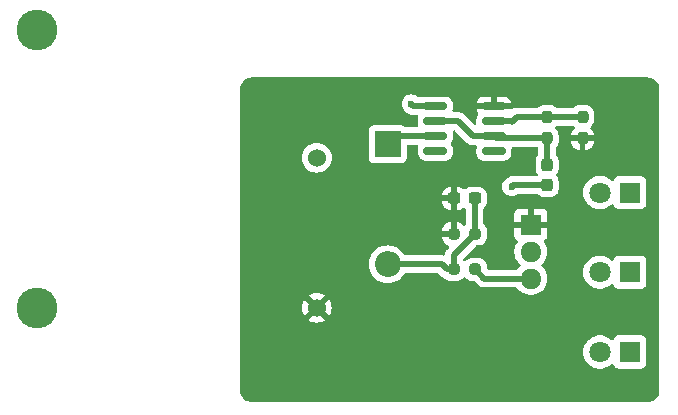
<source format=gtl>
%TF.GenerationSoftware,KiCad,Pcbnew,8.0.2*%
%TF.CreationDate,2024-06-08T15:24:55-07:00*%
%TF.ProjectId,heart,68656172-742e-46b6-9963-61645f706362,rev?*%
%TF.SameCoordinates,Original*%
%TF.FileFunction,Copper,L1,Top*%
%TF.FilePolarity,Positive*%
%FSLAX46Y46*%
G04 Gerber Fmt 4.6, Leading zero omitted, Abs format (unit mm)*
G04 Created by KiCad (PCBNEW 8.0.2) date 2024-06-08 15:24:55*
%MOMM*%
%LPD*%
G01*
G04 APERTURE LIST*
G04 Aperture macros list*
%AMRoundRect*
0 Rectangle with rounded corners*
0 $1 Rounding radius*
0 $2 $3 $4 $5 $6 $7 $8 $9 X,Y pos of 4 corners*
0 Add a 4 corners polygon primitive as box body*
4,1,4,$2,$3,$4,$5,$6,$7,$8,$9,$2,$3,0*
0 Add four circle primitives for the rounded corners*
1,1,$1+$1,$2,$3*
1,1,$1+$1,$4,$5*
1,1,$1+$1,$6,$7*
1,1,$1+$1,$8,$9*
0 Add four rect primitives between the rounded corners*
20,1,$1+$1,$2,$3,$4,$5,0*
20,1,$1+$1,$4,$5,$6,$7,0*
20,1,$1+$1,$6,$7,$8,$9,0*
20,1,$1+$1,$8,$9,$2,$3,0*%
G04 Aperture macros list end*
%TA.AperFunction,ComponentPad*%
%ADD10R,1.800000X1.800000*%
%TD*%
%TA.AperFunction,ComponentPad*%
%ADD11C,1.800000*%
%TD*%
%TA.AperFunction,SMDPad,CuDef*%
%ADD12RoundRect,0.150000X-0.825000X-0.150000X0.825000X-0.150000X0.825000X0.150000X-0.825000X0.150000X0*%
%TD*%
%TA.AperFunction,SMDPad,CuDef*%
%ADD13RoundRect,0.237500X0.250000X0.237500X-0.250000X0.237500X-0.250000X-0.237500X0.250000X-0.237500X0*%
%TD*%
%TA.AperFunction,SMDPad,CuDef*%
%ADD14RoundRect,0.237500X-0.250000X-0.237500X0.250000X-0.237500X0.250000X0.237500X-0.250000X0.237500X0*%
%TD*%
%TA.AperFunction,SMDPad,CuDef*%
%ADD15RoundRect,0.237500X-0.237500X0.250000X-0.237500X-0.250000X0.237500X-0.250000X0.237500X0.250000X0*%
%TD*%
%TA.AperFunction,SMDPad,CuDef*%
%ADD16RoundRect,0.237500X0.237500X-0.250000X0.237500X0.250000X-0.237500X0.250000X-0.237500X-0.250000X0*%
%TD*%
%TA.AperFunction,ComponentPad*%
%ADD17O,1.800000X1.710000*%
%TD*%
%TA.AperFunction,ComponentPad*%
%ADD18R,1.800000X1.710000*%
%TD*%
%TA.AperFunction,ComponentPad*%
%ADD19R,2.200000X2.200000*%
%TD*%
%TA.AperFunction,ComponentPad*%
%ADD20O,2.200000X2.200000*%
%TD*%
%TA.AperFunction,SMDPad,CuDef*%
%ADD21RoundRect,0.237500X-0.300000X-0.237500X0.300000X-0.237500X0.300000X0.237500X-0.300000X0.237500X0*%
%TD*%
%TA.AperFunction,SMDPad,CuDef*%
%ADD22RoundRect,0.237500X0.237500X-0.300000X0.237500X0.300000X-0.237500X0.300000X-0.237500X-0.300000X0*%
%TD*%
%TA.AperFunction,ComponentPad*%
%ADD23C,3.454400*%
%TD*%
%TA.AperFunction,ComponentPad*%
%ADD24C,1.524000*%
%TD*%
%TA.AperFunction,ViaPad*%
%ADD25C,0.600000*%
%TD*%
%TA.AperFunction,Conductor*%
%ADD26C,0.500000*%
%TD*%
G04 APERTURE END LIST*
D10*
%TO.P,D4,1,K*%
%TO.N,GND*%
X169000000Y-118000000D03*
D11*
%TO.P,D4,2,A*%
%TO.N,Net-(D2-A)*%
X166460000Y-118000000D03*
%TD*%
D10*
%TO.P,D3,1,K*%
%TO.N,GND*%
X169000000Y-124750000D03*
D11*
%TO.P,D3,2,A*%
%TO.N,Net-(D2-A)*%
X166460000Y-124750000D03*
%TD*%
D10*
%TO.P,D2,1,K*%
%TO.N,GND*%
X169000000Y-131500000D03*
D11*
%TO.P,D2,2,A*%
%TO.N,Net-(D2-A)*%
X166460000Y-131500000D03*
%TD*%
D12*
%TO.P,U1,8,VCC*%
%TO.N,+5V*%
X157500000Y-110690000D03*
%TO.P,U1,7,DIS*%
%TO.N,Net-(U1-DIS)*%
X157500000Y-111960000D03*
%TO.P,U1,6,THR*%
%TO.N,Net-(U1-THR)*%
X157500000Y-113230000D03*
%TO.P,U1,5,CV*%
%TO.N,unconnected-(U1-CV-Pad5)*%
X157500000Y-114500000D03*
%TO.P,U1,4,R*%
%TO.N,unconnected-(U1-R-Pad4)*%
X152550000Y-114500000D03*
%TO.P,U1,3,Q*%
%TO.N,Net-(D1-K)*%
X152550000Y-113230000D03*
%TO.P,U1,2,TR*%
%TO.N,Net-(U1-THR)*%
X152550000Y-111960000D03*
%TO.P,U1,1,GND*%
%TO.N,GND*%
X152550000Y-110690000D03*
%TD*%
D13*
%TO.P,R4,1*%
%TO.N,Net-(D1-A)*%
X155912500Y-121500000D03*
%TO.P,R4,2*%
%TO.N,+5V*%
X154087500Y-121500000D03*
%TD*%
D14*
%TO.P,R3,1*%
%TO.N,Net-(D1-A)*%
X154087500Y-124500000D03*
%TO.P,R3,2*%
%TO.N,Net-(Q1-B)*%
X155912500Y-124500000D03*
%TD*%
D15*
%TO.P,R2,1*%
%TO.N,Net-(U1-DIS)*%
X162000000Y-111587500D03*
%TO.P,R2,2*%
%TO.N,Net-(U1-THR)*%
X162000000Y-113412500D03*
%TD*%
D16*
%TO.P,R1,1*%
%TO.N,+5V*%
X165000000Y-113412500D03*
%TO.P,R1,2*%
%TO.N,Net-(U1-DIS)*%
X165000000Y-111587500D03*
%TD*%
D17*
%TO.P,Q1,3,B*%
%TO.N,Net-(Q1-B)*%
X160625000Y-125285000D03*
%TO.P,Q1,2,C*%
%TO.N,Net-(D2-A)*%
X160625000Y-123005000D03*
D18*
%TO.P,Q1,1,E*%
%TO.N,+5V*%
X160625000Y-120725000D03*
%TD*%
D19*
%TO.P,D1,1,K*%
%TO.N,Net-(D1-K)*%
X148500000Y-113920000D03*
D20*
%TO.P,D1,2,A*%
%TO.N,Net-(D1-A)*%
X148500000Y-124080000D03*
%TD*%
D21*
%TO.P,C2,2*%
%TO.N,Net-(D1-A)*%
X155862500Y-118500000D03*
%TO.P,C2,1*%
%TO.N,+5V*%
X154137500Y-118500000D03*
%TD*%
D22*
%TO.P,C1,1*%
%TO.N,GND*%
X162000000Y-117362500D03*
%TO.P,C1,2*%
%TO.N,Net-(U1-THR)*%
X162000000Y-115637500D03*
%TD*%
D23*
%TO.P,BT1,4*%
%TO.N,N/C*%
X118776400Y-104255000D03*
%TO.P,BT1,3*%
X118776400Y-127750000D03*
D24*
%TO.P,BT1,2,-*%
%TO.N,GND*%
X142500000Y-115050000D03*
%TO.P,BT1,1,+*%
%TO.N,+5V*%
X142500000Y-127750000D03*
%TD*%
D25*
%TO.N,GND*%
X150500000Y-110500000D03*
X159000000Y-117500000D03*
%TD*%
D26*
%TO.N,Net-(U1-DIS)*%
X165000000Y-111587500D02*
X162000000Y-111587500D01*
%TO.N,Net-(Q1-B)*%
X156697500Y-125285000D02*
X155912500Y-124500000D01*
X160625000Y-125285000D02*
X156697500Y-125285000D01*
%TO.N,Net-(D1-K)*%
X149190000Y-113230000D02*
X148500000Y-113920000D01*
X152550000Y-113230000D02*
X149190000Y-113230000D01*
%TO.N,Net-(D1-A)*%
X153080000Y-124080000D02*
X148500000Y-124080000D01*
X153500000Y-124500000D02*
X153080000Y-124080000D01*
X154087500Y-124500000D02*
X153500000Y-124500000D01*
X154087500Y-123325000D02*
X155912500Y-121500000D01*
X154087500Y-124500000D02*
X154087500Y-123325000D01*
X155862500Y-121450000D02*
X155912500Y-121500000D01*
X155862500Y-118500000D02*
X155862500Y-121450000D01*
%TO.N,Net-(U1-THR)*%
X162000000Y-113412500D02*
X162000000Y-115637500D01*
%TO.N,Net-(U1-DIS)*%
X159000000Y-112000000D02*
X158960000Y-111960000D01*
X159412500Y-111587500D02*
X159000000Y-112000000D01*
X162000000Y-111587500D02*
X159412500Y-111587500D01*
X158960000Y-111960000D02*
X157500000Y-111960000D01*
%TO.N,Net-(U1-THR)*%
X157682500Y-113412500D02*
X157500000Y-113230000D01*
X162000000Y-113412500D02*
X157682500Y-113412500D01*
X155730000Y-113230000D02*
X157500000Y-113230000D01*
X154460000Y-111960000D02*
X155730000Y-113230000D01*
X152550000Y-111960000D02*
X154460000Y-111960000D01*
%TO.N,GND*%
X150690000Y-110690000D02*
X150500000Y-110500000D01*
X152550000Y-110690000D02*
X150690000Y-110690000D01*
X159137500Y-117362500D02*
X159000000Y-117500000D01*
X162000000Y-117362500D02*
X159137500Y-117362500D01*
%TD*%
%TA.AperFunction,Conductor*%
%TO.N,+5V*%
G36*
X170505394Y-108250972D02*
G01*
X170535721Y-108253625D01*
X170662755Y-108264739D01*
X170684035Y-108268491D01*
X170801188Y-108299882D01*
X170831369Y-108307969D01*
X170851681Y-108315362D01*
X170989915Y-108379822D01*
X171008633Y-108390629D01*
X171133582Y-108478119D01*
X171150140Y-108492013D01*
X171257986Y-108599859D01*
X171271880Y-108616417D01*
X171359370Y-108741366D01*
X171370177Y-108760084D01*
X171434637Y-108898318D01*
X171442030Y-108918630D01*
X171481507Y-109065961D01*
X171485260Y-109087246D01*
X171499028Y-109244605D01*
X171499500Y-109255413D01*
X171499500Y-134744586D01*
X171499028Y-134755394D01*
X171485260Y-134912753D01*
X171481507Y-134934038D01*
X171442030Y-135081369D01*
X171434637Y-135101681D01*
X171370177Y-135239915D01*
X171359370Y-135258633D01*
X171271880Y-135383582D01*
X171257986Y-135400140D01*
X171150140Y-135507986D01*
X171133582Y-135521880D01*
X171008633Y-135609370D01*
X170989915Y-135620177D01*
X170851681Y-135684637D01*
X170831369Y-135692030D01*
X170684038Y-135731507D01*
X170662753Y-135735260D01*
X170505395Y-135749028D01*
X170494587Y-135749500D01*
X137005413Y-135749500D01*
X136994605Y-135749028D01*
X136837246Y-135735260D01*
X136815961Y-135731507D01*
X136668630Y-135692030D01*
X136648318Y-135684637D01*
X136510084Y-135620177D01*
X136491366Y-135609370D01*
X136366417Y-135521880D01*
X136349859Y-135507986D01*
X136242013Y-135400140D01*
X136228119Y-135383582D01*
X136140629Y-135258633D01*
X136129822Y-135239915D01*
X136065362Y-135101681D01*
X136057969Y-135081369D01*
X136018492Y-134934038D01*
X136014739Y-134912752D01*
X136000972Y-134755393D01*
X136000500Y-134744586D01*
X136000500Y-131499993D01*
X165054700Y-131499993D01*
X165054700Y-131500006D01*
X165073864Y-131731297D01*
X165073866Y-131731308D01*
X165130842Y-131956300D01*
X165224075Y-132168848D01*
X165351016Y-132363147D01*
X165351019Y-132363151D01*
X165351021Y-132363153D01*
X165508216Y-132533913D01*
X165508219Y-132533915D01*
X165508222Y-132533918D01*
X165691365Y-132676464D01*
X165691371Y-132676468D01*
X165691374Y-132676470D01*
X165895497Y-132786936D01*
X166009487Y-132826068D01*
X166115015Y-132862297D01*
X166115017Y-132862297D01*
X166115019Y-132862298D01*
X166343951Y-132900500D01*
X166343952Y-132900500D01*
X166576048Y-132900500D01*
X166576049Y-132900500D01*
X166804981Y-132862298D01*
X167024503Y-132786936D01*
X167228626Y-132676470D01*
X167411784Y-132533913D01*
X167420130Y-132524846D01*
X167480010Y-132488854D01*
X167549849Y-132490949D01*
X167607468Y-132530469D01*
X167627544Y-132565491D01*
X167656203Y-132642330D01*
X167656206Y-132642335D01*
X167742452Y-132757544D01*
X167742455Y-132757547D01*
X167857664Y-132843793D01*
X167857671Y-132843797D01*
X167992517Y-132894091D01*
X167992516Y-132894091D01*
X167999444Y-132894835D01*
X168052127Y-132900500D01*
X169947872Y-132900499D01*
X170007483Y-132894091D01*
X170142331Y-132843796D01*
X170257546Y-132757546D01*
X170343796Y-132642331D01*
X170394091Y-132507483D01*
X170400500Y-132447873D01*
X170400499Y-130552128D01*
X170394091Y-130492517D01*
X170384233Y-130466087D01*
X170343797Y-130357671D01*
X170343793Y-130357664D01*
X170257547Y-130242455D01*
X170257544Y-130242452D01*
X170142335Y-130156206D01*
X170142328Y-130156202D01*
X170007482Y-130105908D01*
X170007483Y-130105908D01*
X169947883Y-130099501D01*
X169947881Y-130099500D01*
X169947873Y-130099500D01*
X169947864Y-130099500D01*
X168052129Y-130099500D01*
X168052123Y-130099501D01*
X167992516Y-130105908D01*
X167857671Y-130156202D01*
X167857664Y-130156206D01*
X167742455Y-130242452D01*
X167742452Y-130242455D01*
X167656206Y-130357664D01*
X167656203Y-130357670D01*
X167627544Y-130434508D01*
X167585672Y-130490441D01*
X167520208Y-130514858D01*
X167451935Y-130500006D01*
X167420135Y-130475158D01*
X167411784Y-130466087D01*
X167411778Y-130466082D01*
X167411777Y-130466081D01*
X167228634Y-130323535D01*
X167228628Y-130323531D01*
X167024504Y-130213064D01*
X167024495Y-130213061D01*
X166804984Y-130137702D01*
X166614450Y-130105908D01*
X166576049Y-130099500D01*
X166343951Y-130099500D01*
X166305550Y-130105908D01*
X166115015Y-130137702D01*
X165895504Y-130213061D01*
X165895495Y-130213064D01*
X165691371Y-130323531D01*
X165691365Y-130323535D01*
X165508222Y-130466081D01*
X165508219Y-130466084D01*
X165508216Y-130466086D01*
X165508216Y-130466087D01*
X165463319Y-130514858D01*
X165351016Y-130636852D01*
X165224075Y-130831151D01*
X165130842Y-131043699D01*
X165073866Y-131268691D01*
X165073864Y-131268702D01*
X165054700Y-131499993D01*
X136000500Y-131499993D01*
X136000500Y-127749999D01*
X141233179Y-127749999D01*
X141233179Y-127750000D01*
X141252424Y-127969976D01*
X141252426Y-127969986D01*
X141309575Y-128183270D01*
X141309580Y-128183284D01*
X141402898Y-128383405D01*
X141402901Y-128383411D01*
X141448258Y-128448187D01*
X141448259Y-128448188D01*
X142010504Y-127885942D01*
X142026619Y-127946081D01*
X142093498Y-128061920D01*
X142188080Y-128156502D01*
X142303919Y-128223381D01*
X142364057Y-128239494D01*
X141801810Y-128801740D01*
X141866590Y-128847099D01*
X141866592Y-128847100D01*
X142066715Y-128940419D01*
X142066729Y-128940424D01*
X142280013Y-128997573D01*
X142280023Y-128997575D01*
X142499999Y-129016821D01*
X142500001Y-129016821D01*
X142719976Y-128997575D01*
X142719986Y-128997573D01*
X142933270Y-128940424D01*
X142933284Y-128940419D01*
X143133407Y-128847100D01*
X143133417Y-128847094D01*
X143198188Y-128801741D01*
X142635942Y-128239494D01*
X142696081Y-128223381D01*
X142811920Y-128156502D01*
X142906502Y-128061920D01*
X142973381Y-127946081D01*
X142989495Y-127885942D01*
X143551741Y-128448188D01*
X143597094Y-128383417D01*
X143597100Y-128383407D01*
X143690419Y-128183284D01*
X143690424Y-128183270D01*
X143747573Y-127969986D01*
X143747575Y-127969976D01*
X143766821Y-127750000D01*
X143766821Y-127749999D01*
X143747575Y-127530023D01*
X143747573Y-127530013D01*
X143690424Y-127316729D01*
X143690420Y-127316720D01*
X143597096Y-127116586D01*
X143551741Y-127051811D01*
X143551740Y-127051810D01*
X142989494Y-127614056D01*
X142973381Y-127553919D01*
X142906502Y-127438080D01*
X142811920Y-127343498D01*
X142696081Y-127276619D01*
X142635942Y-127260505D01*
X143198188Y-126698259D01*
X143198187Y-126698258D01*
X143133411Y-126652901D01*
X143133405Y-126652898D01*
X142933284Y-126559580D01*
X142933270Y-126559575D01*
X142719986Y-126502426D01*
X142719976Y-126502424D01*
X142500001Y-126483179D01*
X142499999Y-126483179D01*
X142280023Y-126502424D01*
X142280013Y-126502426D01*
X142066729Y-126559575D01*
X142066720Y-126559579D01*
X141866590Y-126652901D01*
X141801811Y-126698258D01*
X142364057Y-127260504D01*
X142303919Y-127276619D01*
X142188080Y-127343498D01*
X142093498Y-127438080D01*
X142026619Y-127553919D01*
X142010504Y-127614057D01*
X141448258Y-127051811D01*
X141402901Y-127116590D01*
X141309579Y-127316720D01*
X141309575Y-127316729D01*
X141252426Y-127530013D01*
X141252424Y-127530023D01*
X141233179Y-127749999D01*
X136000500Y-127749999D01*
X136000500Y-124080000D01*
X146894551Y-124080000D01*
X146914317Y-124331151D01*
X146973126Y-124576110D01*
X147069533Y-124808859D01*
X147201160Y-125023653D01*
X147201161Y-125023656D01*
X147201164Y-125023659D01*
X147364776Y-125215224D01*
X147487849Y-125320338D01*
X147556343Y-125378838D01*
X147556346Y-125378839D01*
X147771140Y-125510466D01*
X147993124Y-125602414D01*
X148003889Y-125606873D01*
X148248852Y-125665683D01*
X148500000Y-125685449D01*
X148751148Y-125665683D01*
X148996111Y-125606873D01*
X149228859Y-125510466D01*
X149443659Y-125378836D01*
X149635224Y-125215224D01*
X149798836Y-125023659D01*
X149880920Y-124889710D01*
X149932731Y-124842835D01*
X149986647Y-124830500D01*
X152717770Y-124830500D01*
X152784809Y-124850185D01*
X152805451Y-124866819D01*
X153021578Y-125082947D01*
X153021585Y-125082953D01*
X153092741Y-125130497D01*
X153092743Y-125130498D01*
X153092746Y-125130500D01*
X153144505Y-125165084D01*
X153176458Y-125178319D01*
X153176459Y-125178320D01*
X153176460Y-125178320D01*
X153252976Y-125210014D01*
X153293204Y-125236894D01*
X153376650Y-125320340D01*
X153523484Y-125410908D01*
X153687247Y-125465174D01*
X153788323Y-125475500D01*
X154386676Y-125475499D01*
X154386684Y-125475498D01*
X154386687Y-125475498D01*
X154442030Y-125469844D01*
X154487753Y-125465174D01*
X154651516Y-125410908D01*
X154798350Y-125320340D01*
X154912319Y-125206371D01*
X154973642Y-125172886D01*
X155043334Y-125177870D01*
X155087681Y-125206371D01*
X155201650Y-125320340D01*
X155348484Y-125410908D01*
X155512247Y-125465174D01*
X155613323Y-125475500D01*
X155775269Y-125475499D01*
X155842309Y-125495183D01*
X155862951Y-125511818D01*
X156114549Y-125763416D01*
X156219084Y-125867951D01*
X156219087Y-125867953D01*
X156219088Y-125867954D01*
X156342003Y-125950083D01*
X156342006Y-125950085D01*
X156398579Y-125973518D01*
X156398580Y-125973518D01*
X156478588Y-126006659D01*
X156594741Y-126029763D01*
X156613968Y-126033587D01*
X156623581Y-126035500D01*
X156623582Y-126035500D01*
X156623583Y-126035500D01*
X156771418Y-126035500D01*
X159386599Y-126035500D01*
X159453638Y-126055185D01*
X159486916Y-126086613D01*
X159546083Y-126168049D01*
X159696951Y-126318917D01*
X159869563Y-126444327D01*
X159945814Y-126483179D01*
X160059664Y-126541189D01*
X160059666Y-126541189D01*
X160059669Y-126541191D01*
X160262586Y-126607123D01*
X160473320Y-126640500D01*
X160473321Y-126640500D01*
X160776679Y-126640500D01*
X160776680Y-126640500D01*
X160987414Y-126607123D01*
X161190331Y-126541191D01*
X161380437Y-126444327D01*
X161553049Y-126318917D01*
X161703917Y-126168049D01*
X161829327Y-125995437D01*
X161926191Y-125805331D01*
X161992123Y-125602414D01*
X162025500Y-125391680D01*
X162025500Y-125178320D01*
X162024639Y-125172886D01*
X162001004Y-125023659D01*
X161992123Y-124967586D01*
X161926191Y-124764669D01*
X161926189Y-124764666D01*
X161926189Y-124764664D01*
X161918714Y-124749993D01*
X165054700Y-124749993D01*
X165054700Y-124750006D01*
X165073864Y-124981297D01*
X165073866Y-124981308D01*
X165130842Y-125206300D01*
X165224075Y-125418848D01*
X165351016Y-125613147D01*
X165351019Y-125613151D01*
X165351021Y-125613153D01*
X165508216Y-125783913D01*
X165508219Y-125783915D01*
X165508222Y-125783918D01*
X165691365Y-125926464D01*
X165691371Y-125926468D01*
X165691374Y-125926470D01*
X165735007Y-125950083D01*
X165892843Y-126035500D01*
X165895497Y-126036936D01*
X165948655Y-126055185D01*
X166115015Y-126112297D01*
X166115017Y-126112297D01*
X166115019Y-126112298D01*
X166343951Y-126150500D01*
X166343952Y-126150500D01*
X166576048Y-126150500D01*
X166576049Y-126150500D01*
X166804981Y-126112298D01*
X167024503Y-126036936D01*
X167228626Y-125926470D01*
X167411784Y-125783913D01*
X167420130Y-125774846D01*
X167480010Y-125738854D01*
X167549849Y-125740949D01*
X167607468Y-125780469D01*
X167627544Y-125815491D01*
X167656203Y-125892330D01*
X167656206Y-125892335D01*
X167742452Y-126007544D01*
X167742455Y-126007547D01*
X167857664Y-126093793D01*
X167857671Y-126093797D01*
X167992517Y-126144091D01*
X167992516Y-126144091D01*
X167999444Y-126144835D01*
X168052127Y-126150500D01*
X169947872Y-126150499D01*
X170007483Y-126144091D01*
X170142331Y-126093796D01*
X170257546Y-126007546D01*
X170343796Y-125892331D01*
X170394091Y-125757483D01*
X170400500Y-125697873D01*
X170400499Y-123802128D01*
X170394091Y-123742517D01*
X170385435Y-123719310D01*
X170343797Y-123607671D01*
X170343793Y-123607664D01*
X170257547Y-123492455D01*
X170257544Y-123492452D01*
X170142335Y-123406206D01*
X170142328Y-123406202D01*
X170007482Y-123355908D01*
X170007483Y-123355908D01*
X169947883Y-123349501D01*
X169947881Y-123349500D01*
X169947873Y-123349500D01*
X169947864Y-123349500D01*
X168052129Y-123349500D01*
X168052123Y-123349501D01*
X167992516Y-123355908D01*
X167857671Y-123406202D01*
X167857664Y-123406206D01*
X167742455Y-123492452D01*
X167742452Y-123492455D01*
X167656206Y-123607664D01*
X167656203Y-123607670D01*
X167627544Y-123684508D01*
X167585672Y-123740441D01*
X167520208Y-123764858D01*
X167451935Y-123750006D01*
X167420135Y-123725158D01*
X167411784Y-123716087D01*
X167411778Y-123716082D01*
X167411777Y-123716081D01*
X167228634Y-123573535D01*
X167228628Y-123573531D01*
X167024504Y-123463064D01*
X167024495Y-123463061D01*
X166804984Y-123387702D01*
X166614450Y-123355908D01*
X166576049Y-123349500D01*
X166343951Y-123349500D01*
X166305550Y-123355908D01*
X166115015Y-123387702D01*
X165895504Y-123463061D01*
X165895495Y-123463064D01*
X165691371Y-123573531D01*
X165691365Y-123573535D01*
X165508222Y-123716081D01*
X165508219Y-123716084D01*
X165508216Y-123716086D01*
X165508216Y-123716087D01*
X165463319Y-123764858D01*
X165351016Y-123886852D01*
X165224075Y-124081151D01*
X165130842Y-124293699D01*
X165073866Y-124518691D01*
X165073864Y-124518702D01*
X165054700Y-124749993D01*
X161918714Y-124749993D01*
X161875090Y-124664379D01*
X161829327Y-124574563D01*
X161703917Y-124401951D01*
X161553049Y-124251083D01*
X161545112Y-124245316D01*
X161502448Y-124189989D01*
X161496469Y-124120376D01*
X161529074Y-124058580D01*
X161545111Y-124044684D01*
X161553049Y-124038917D01*
X161703917Y-123888049D01*
X161829327Y-123715437D01*
X161926191Y-123525331D01*
X161992123Y-123322414D01*
X162025500Y-123111680D01*
X162025500Y-122898320D01*
X161992123Y-122687586D01*
X161926191Y-122484669D01*
X161926189Y-122484666D01*
X161926189Y-122484664D01*
X161842460Y-122320338D01*
X161829327Y-122294563D01*
X161751622Y-122187611D01*
X161728143Y-122121808D01*
X161743968Y-122053754D01*
X161777630Y-122015461D01*
X161882190Y-121937186D01*
X161968350Y-121822093D01*
X161968354Y-121822086D01*
X162018596Y-121687379D01*
X162018598Y-121687372D01*
X162024999Y-121627844D01*
X162025000Y-121627827D01*
X162025000Y-120975000D01*
X161058012Y-120975000D01*
X161090925Y-120917993D01*
X161125000Y-120790826D01*
X161125000Y-120659174D01*
X161090925Y-120532007D01*
X161058012Y-120475000D01*
X162025000Y-120475000D01*
X162025000Y-119822172D01*
X162024999Y-119822155D01*
X162018598Y-119762627D01*
X162018596Y-119762620D01*
X161968354Y-119627913D01*
X161968350Y-119627906D01*
X161882190Y-119512812D01*
X161882187Y-119512809D01*
X161767093Y-119426649D01*
X161767086Y-119426645D01*
X161632379Y-119376403D01*
X161632372Y-119376401D01*
X161572844Y-119370000D01*
X160875000Y-119370000D01*
X160875000Y-120291988D01*
X160817993Y-120259075D01*
X160690826Y-120225000D01*
X160559174Y-120225000D01*
X160432007Y-120259075D01*
X160375000Y-120291988D01*
X160375000Y-119370000D01*
X159677155Y-119370000D01*
X159617627Y-119376401D01*
X159617620Y-119376403D01*
X159482913Y-119426645D01*
X159482906Y-119426649D01*
X159367812Y-119512809D01*
X159367809Y-119512812D01*
X159281649Y-119627906D01*
X159281645Y-119627913D01*
X159231403Y-119762620D01*
X159231401Y-119762627D01*
X159225000Y-119822155D01*
X159225000Y-120475000D01*
X160191988Y-120475000D01*
X160159075Y-120532007D01*
X160125000Y-120659174D01*
X160125000Y-120790826D01*
X160159075Y-120917993D01*
X160191988Y-120975000D01*
X159225000Y-120975000D01*
X159225000Y-121627844D01*
X159231401Y-121687372D01*
X159231403Y-121687379D01*
X159281645Y-121822086D01*
X159281649Y-121822093D01*
X159367809Y-121937186D01*
X159472368Y-122015460D01*
X159514239Y-122071394D01*
X159519223Y-122141086D01*
X159498376Y-122187611D01*
X159420674Y-122294560D01*
X159323810Y-122484664D01*
X159257877Y-122687585D01*
X159224500Y-122898318D01*
X159224500Y-123111679D01*
X159257877Y-123322414D01*
X159323810Y-123525335D01*
X159402444Y-123679661D01*
X159420673Y-123715437D01*
X159546083Y-123888049D01*
X159696951Y-124038917D01*
X159704889Y-124044684D01*
X159747553Y-124100016D01*
X159753529Y-124169629D01*
X159720922Y-124231423D01*
X159704891Y-124245313D01*
X159699785Y-124249023D01*
X159696948Y-124251085D01*
X159546085Y-124401948D01*
X159546085Y-124401949D01*
X159546083Y-124401951D01*
X159528152Y-124426631D01*
X159486917Y-124483386D01*
X159431587Y-124526051D01*
X159386599Y-124534500D01*
X157059730Y-124534500D01*
X156992691Y-124514815D01*
X156972048Y-124498180D01*
X156936817Y-124462948D01*
X156903332Y-124401624D01*
X156900499Y-124375268D01*
X156900499Y-124213330D01*
X156900498Y-124213313D01*
X156890174Y-124112247D01*
X156872390Y-124058580D01*
X156835908Y-123948484D01*
X156745340Y-123801650D01*
X156623350Y-123679660D01*
X156532129Y-123623395D01*
X156476518Y-123589093D01*
X156476513Y-123589091D01*
X156429553Y-123573530D01*
X156312753Y-123534826D01*
X156312751Y-123534825D01*
X156211678Y-123524500D01*
X155613330Y-123524500D01*
X155613312Y-123524501D01*
X155512247Y-123534825D01*
X155348484Y-123589092D01*
X155348481Y-123589093D01*
X155201648Y-123679661D01*
X155087681Y-123793629D01*
X155026358Y-123827114D01*
X154956666Y-123822130D01*
X154912319Y-123793629D01*
X154883959Y-123765269D01*
X154850474Y-123703946D01*
X154855458Y-123634254D01*
X154883955Y-123589912D01*
X155962049Y-122511817D01*
X156023372Y-122478333D01*
X156049730Y-122475499D01*
X156211670Y-122475499D01*
X156211676Y-122475499D01*
X156220957Y-122474551D01*
X156229258Y-122473702D01*
X156312753Y-122465174D01*
X156476516Y-122410908D01*
X156623350Y-122320340D01*
X156745340Y-122198350D01*
X156835908Y-122051516D01*
X156890174Y-121887753D01*
X156900500Y-121786677D01*
X156900499Y-121213324D01*
X156890174Y-121112247D01*
X156835908Y-120948484D01*
X156745340Y-120801650D01*
X156649319Y-120705629D01*
X156615834Y-120644306D01*
X156613000Y-120617948D01*
X156613000Y-119382052D01*
X156632685Y-119315013D01*
X156649319Y-119294371D01*
X156686146Y-119257544D01*
X156745340Y-119198350D01*
X156835908Y-119051516D01*
X156890174Y-118887753D01*
X156900500Y-118786677D01*
X156900499Y-118213324D01*
X156890174Y-118112247D01*
X156835908Y-117948484D01*
X156745340Y-117801650D01*
X156623350Y-117679660D01*
X156532129Y-117623395D01*
X156476518Y-117589093D01*
X156476513Y-117589091D01*
X156475069Y-117588612D01*
X156312753Y-117534826D01*
X156312751Y-117534825D01*
X156211678Y-117524500D01*
X155513330Y-117524500D01*
X155513312Y-117524501D01*
X155412247Y-117534825D01*
X155248484Y-117589092D01*
X155248481Y-117589093D01*
X155101648Y-117679661D01*
X155087325Y-117693984D01*
X155026001Y-117727468D01*
X154956309Y-117722482D01*
X154911965Y-117693982D01*
X154898038Y-117680055D01*
X154898034Y-117680052D01*
X154751311Y-117589551D01*
X154751300Y-117589546D01*
X154587652Y-117535319D01*
X154486654Y-117525000D01*
X154387500Y-117525000D01*
X154387500Y-119474999D01*
X154486640Y-119474999D01*
X154486654Y-119474998D01*
X154587652Y-119464680D01*
X154751300Y-119410453D01*
X154751311Y-119410448D01*
X154898037Y-119319945D01*
X154900313Y-119317670D01*
X154902262Y-119316605D01*
X154903706Y-119315464D01*
X154903900Y-119315710D01*
X154961634Y-119284181D01*
X155031326Y-119289160D01*
X155087262Y-119331028D01*
X155111683Y-119396491D01*
X155112000Y-119405345D01*
X155112000Y-120694655D01*
X155092315Y-120761694D01*
X155039511Y-120807449D01*
X154970353Y-120817393D01*
X154906797Y-120788368D01*
X154900319Y-120782336D01*
X154798038Y-120680055D01*
X154798034Y-120680052D01*
X154651311Y-120589551D01*
X154651300Y-120589546D01*
X154487652Y-120535319D01*
X154386654Y-120525000D01*
X154337500Y-120525000D01*
X154337500Y-121626000D01*
X154317815Y-121693039D01*
X154265011Y-121738794D01*
X154213500Y-121750000D01*
X153100001Y-121750000D01*
X153100001Y-121786654D01*
X153110319Y-121887652D01*
X153164546Y-122051300D01*
X153164551Y-122051311D01*
X153255052Y-122198034D01*
X153255055Y-122198038D01*
X153376961Y-122319944D01*
X153376965Y-122319947D01*
X153523688Y-122410448D01*
X153523699Y-122410453D01*
X153646065Y-122451001D01*
X153703510Y-122490773D01*
X153730333Y-122555289D01*
X153718018Y-122624065D01*
X153694743Y-122656388D01*
X153504544Y-122846588D01*
X153481502Y-122881074D01*
X153469980Y-122898320D01*
X153446116Y-122934034D01*
X153422414Y-122969507D01*
X153365843Y-123106082D01*
X153365840Y-123106091D01*
X153339217Y-123239930D01*
X153306831Y-123301840D01*
X153246115Y-123336414D01*
X153193410Y-123337355D01*
X153153918Y-123329500D01*
X149986647Y-123329500D01*
X149919608Y-123309815D01*
X149880919Y-123270289D01*
X149798837Y-123136343D01*
X149798836Y-123136341D01*
X149635224Y-122944776D01*
X149508571Y-122836604D01*
X149443656Y-122781161D01*
X149443653Y-122781160D01*
X149228859Y-122649533D01*
X148996110Y-122553126D01*
X148751151Y-122494317D01*
X148500000Y-122474551D01*
X148248848Y-122494317D01*
X148003889Y-122553126D01*
X147771140Y-122649533D01*
X147556346Y-122781160D01*
X147556343Y-122781161D01*
X147364776Y-122944776D01*
X147201161Y-123136343D01*
X147201160Y-123136346D01*
X147069533Y-123351140D01*
X146973126Y-123583889D01*
X146914317Y-123828848D01*
X146894551Y-124080000D01*
X136000500Y-124080000D01*
X136000500Y-121213345D01*
X153100000Y-121213345D01*
X153100000Y-121250000D01*
X153837500Y-121250000D01*
X153837500Y-120525000D01*
X153837499Y-120524999D01*
X153788361Y-120525000D01*
X153788343Y-120525001D01*
X153687347Y-120535319D01*
X153523699Y-120589546D01*
X153523688Y-120589551D01*
X153376965Y-120680052D01*
X153376961Y-120680055D01*
X153255055Y-120801961D01*
X153255052Y-120801965D01*
X153164551Y-120948688D01*
X153164546Y-120948699D01*
X153110319Y-121112347D01*
X153100000Y-121213345D01*
X136000500Y-121213345D01*
X136000500Y-118786654D01*
X153100001Y-118786654D01*
X153110319Y-118887652D01*
X153164546Y-119051300D01*
X153164551Y-119051311D01*
X153255052Y-119198034D01*
X153255055Y-119198038D01*
X153376961Y-119319944D01*
X153376965Y-119319947D01*
X153523688Y-119410448D01*
X153523699Y-119410453D01*
X153687347Y-119464680D01*
X153788351Y-119474999D01*
X153887500Y-119474998D01*
X153887500Y-118750000D01*
X153100001Y-118750000D01*
X153100001Y-118786654D01*
X136000500Y-118786654D01*
X136000500Y-118213345D01*
X153100000Y-118213345D01*
X153100000Y-118250000D01*
X153887500Y-118250000D01*
X153887500Y-117524999D01*
X153788360Y-117525000D01*
X153788344Y-117525001D01*
X153687347Y-117535319D01*
X153523699Y-117589546D01*
X153523688Y-117589551D01*
X153376965Y-117680052D01*
X153376961Y-117680055D01*
X153255055Y-117801961D01*
X153255052Y-117801965D01*
X153164551Y-117948688D01*
X153164546Y-117948699D01*
X153110319Y-118112347D01*
X153100000Y-118213345D01*
X136000500Y-118213345D01*
X136000500Y-115049997D01*
X141232677Y-115049997D01*
X141232677Y-115050002D01*
X141251929Y-115270062D01*
X141251930Y-115270070D01*
X141309104Y-115483445D01*
X141309105Y-115483447D01*
X141309106Y-115483450D01*
X141326383Y-115520500D01*
X141402466Y-115683662D01*
X141402468Y-115683666D01*
X141529170Y-115864615D01*
X141529175Y-115864621D01*
X141685378Y-116020824D01*
X141685384Y-116020829D01*
X141866333Y-116147531D01*
X141866335Y-116147532D01*
X141866338Y-116147534D01*
X142066550Y-116240894D01*
X142279932Y-116298070D01*
X142437123Y-116311822D01*
X142499998Y-116317323D01*
X142500000Y-116317323D01*
X142500002Y-116317323D01*
X142555017Y-116312509D01*
X142720068Y-116298070D01*
X142933450Y-116240894D01*
X143133662Y-116147534D01*
X143314620Y-116020826D01*
X143470826Y-115864620D01*
X143597534Y-115683662D01*
X143690894Y-115483450D01*
X143748070Y-115270068D01*
X143762509Y-115105017D01*
X143767323Y-115050002D01*
X143767323Y-115049997D01*
X143755110Y-114910398D01*
X143748070Y-114829932D01*
X143690894Y-114616550D01*
X143597534Y-114416339D01*
X143534180Y-114325859D01*
X143470827Y-114235381D01*
X143398446Y-114163000D01*
X143314620Y-114079174D01*
X143314616Y-114079171D01*
X143314615Y-114079170D01*
X143133666Y-113952468D01*
X143133662Y-113952466D01*
X143107070Y-113940066D01*
X142933450Y-113859106D01*
X142933447Y-113859105D01*
X142933445Y-113859104D01*
X142720070Y-113801930D01*
X142720062Y-113801929D01*
X142500002Y-113782677D01*
X142499998Y-113782677D01*
X142279937Y-113801929D01*
X142279929Y-113801930D01*
X142066554Y-113859104D01*
X142066548Y-113859107D01*
X141866340Y-113952465D01*
X141866338Y-113952466D01*
X141685377Y-114079175D01*
X141529175Y-114235377D01*
X141402466Y-114416338D01*
X141402465Y-114416340D01*
X141309107Y-114616548D01*
X141309104Y-114616554D01*
X141251930Y-114829929D01*
X141251929Y-114829937D01*
X141232677Y-115049997D01*
X136000500Y-115049997D01*
X136000500Y-112772135D01*
X146899500Y-112772135D01*
X146899500Y-115067870D01*
X146899501Y-115067876D01*
X146905908Y-115127483D01*
X146956202Y-115262328D01*
X146956206Y-115262335D01*
X147042452Y-115377544D01*
X147042455Y-115377547D01*
X147157664Y-115463793D01*
X147157671Y-115463797D01*
X147292517Y-115514091D01*
X147292516Y-115514091D01*
X147299444Y-115514835D01*
X147352127Y-115520500D01*
X149647872Y-115520499D01*
X149707483Y-115514091D01*
X149842331Y-115463796D01*
X149957546Y-115377546D01*
X150043796Y-115262331D01*
X150094091Y-115127483D01*
X150100500Y-115067873D01*
X150100500Y-114104500D01*
X150120185Y-114037461D01*
X150172989Y-113991706D01*
X150224500Y-113980500D01*
X150989800Y-113980500D01*
X151056839Y-114000185D01*
X151102594Y-114052989D01*
X151112538Y-114122147D01*
X151108876Y-114139095D01*
X151077402Y-114247426D01*
X151077401Y-114247432D01*
X151074500Y-114284298D01*
X151074500Y-114715701D01*
X151077401Y-114752567D01*
X151077402Y-114752573D01*
X151123254Y-114910393D01*
X151123255Y-114910396D01*
X151206917Y-115051862D01*
X151206923Y-115051870D01*
X151323129Y-115168076D01*
X151323133Y-115168079D01*
X151323135Y-115168081D01*
X151464602Y-115251744D01*
X151501032Y-115262328D01*
X151622426Y-115297597D01*
X151622429Y-115297597D01*
X151622431Y-115297598D01*
X151659306Y-115300500D01*
X151659314Y-115300500D01*
X153440686Y-115300500D01*
X153440694Y-115300500D01*
X153477569Y-115297598D01*
X153477571Y-115297597D01*
X153477573Y-115297597D01*
X153519191Y-115285505D01*
X153635398Y-115251744D01*
X153776865Y-115168081D01*
X153893081Y-115051865D01*
X153976744Y-114910398D01*
X154022598Y-114752569D01*
X154025500Y-114715694D01*
X154025500Y-114284306D01*
X154022598Y-114247431D01*
X154021876Y-114244947D01*
X153976745Y-114089606D01*
X153976744Y-114089603D01*
X153976744Y-114089602D01*
X153893081Y-113948135D01*
X153893078Y-113948132D01*
X153888298Y-113941969D01*
X153890750Y-113940066D01*
X153864155Y-113891421D01*
X153869104Y-113821726D01*
X153889940Y-113789304D01*
X153888298Y-113788031D01*
X153893075Y-113781870D01*
X153893081Y-113781865D01*
X153976744Y-113640398D01*
X154022598Y-113482569D01*
X154025500Y-113445694D01*
X154025500Y-113014306D01*
X154022598Y-112977431D01*
X153996213Y-112886614D01*
X153996412Y-112816745D01*
X154034354Y-112758075D01*
X154097992Y-112729231D01*
X154167122Y-112739372D01*
X154202970Y-112764338D01*
X155251580Y-113812948D01*
X155251584Y-113812951D01*
X155374498Y-113895080D01*
X155374511Y-113895087D01*
X155511082Y-113951656D01*
X155511087Y-113951658D01*
X155511091Y-113951658D01*
X155511092Y-113951659D01*
X155656079Y-113980500D01*
X155656082Y-113980500D01*
X155803917Y-113980500D01*
X155939800Y-113980500D01*
X156006839Y-114000185D01*
X156052594Y-114052989D01*
X156062538Y-114122147D01*
X156058876Y-114139095D01*
X156027402Y-114247426D01*
X156027401Y-114247432D01*
X156024500Y-114284298D01*
X156024500Y-114715701D01*
X156027401Y-114752567D01*
X156027402Y-114752573D01*
X156073254Y-114910393D01*
X156073255Y-114910396D01*
X156156917Y-115051862D01*
X156156923Y-115051870D01*
X156273129Y-115168076D01*
X156273133Y-115168079D01*
X156273135Y-115168081D01*
X156414602Y-115251744D01*
X156451032Y-115262328D01*
X156572426Y-115297597D01*
X156572429Y-115297597D01*
X156572431Y-115297598D01*
X156609306Y-115300500D01*
X156609314Y-115300500D01*
X158390686Y-115300500D01*
X158390694Y-115300500D01*
X158427569Y-115297598D01*
X158427571Y-115297597D01*
X158427573Y-115297597D01*
X158469191Y-115285505D01*
X158585398Y-115251744D01*
X158726865Y-115168081D01*
X158843081Y-115051865D01*
X158926744Y-114910398D01*
X158972598Y-114752569D01*
X158975500Y-114715694D01*
X158975500Y-114287000D01*
X158995185Y-114219961D01*
X159047989Y-114174206D01*
X159099500Y-114163000D01*
X161125500Y-114163000D01*
X161192539Y-114182685D01*
X161238294Y-114235489D01*
X161249500Y-114287000D01*
X161249500Y-114755448D01*
X161229815Y-114822487D01*
X161213181Y-114843129D01*
X161179661Y-114876648D01*
X161089093Y-115023481D01*
X161089091Y-115023486D01*
X161061719Y-115106088D01*
X161034826Y-115187247D01*
X161034826Y-115187248D01*
X161034825Y-115187248D01*
X161024500Y-115288315D01*
X161024500Y-115986669D01*
X161024501Y-115986687D01*
X161034825Y-116087752D01*
X161089092Y-116251515D01*
X161089093Y-116251518D01*
X161179661Y-116398351D01*
X161181629Y-116400319D01*
X161182548Y-116402002D01*
X161184138Y-116404013D01*
X161183794Y-116404284D01*
X161215114Y-116461642D01*
X161210130Y-116531334D01*
X161168258Y-116587267D01*
X161102794Y-116611684D01*
X161093948Y-116612000D01*
X159063580Y-116612000D01*
X158918592Y-116640840D01*
X158918586Y-116640842D01*
X158782008Y-116697414D01*
X158782003Y-116697417D01*
X158698399Y-116753278D01*
X158670471Y-116767213D01*
X158650484Y-116774207D01*
X158650483Y-116774208D01*
X158497737Y-116870184D01*
X158370184Y-116997737D01*
X158274211Y-117150476D01*
X158214631Y-117320745D01*
X158214630Y-117320750D01*
X158194435Y-117499996D01*
X158194435Y-117500003D01*
X158214630Y-117679249D01*
X158214631Y-117679254D01*
X158274211Y-117849523D01*
X158336391Y-117948481D01*
X158370184Y-118002262D01*
X158497738Y-118129816D01*
X158528777Y-118149319D01*
X158630673Y-118213345D01*
X158650478Y-118225789D01*
X158820745Y-118285368D01*
X158820750Y-118285369D01*
X158999996Y-118305565D01*
X159000000Y-118305565D01*
X159000004Y-118305565D01*
X159179249Y-118285369D01*
X159179252Y-118285368D01*
X159179255Y-118285368D01*
X159349522Y-118225789D01*
X159498777Y-118132005D01*
X159564748Y-118113000D01*
X161117948Y-118113000D01*
X161184987Y-118132685D01*
X161205629Y-118149319D01*
X161301650Y-118245340D01*
X161448484Y-118335908D01*
X161612247Y-118390174D01*
X161713323Y-118400500D01*
X162286676Y-118400499D01*
X162286684Y-118400498D01*
X162286687Y-118400498D01*
X162342030Y-118394844D01*
X162387753Y-118390174D01*
X162551516Y-118335908D01*
X162698350Y-118245340D01*
X162820340Y-118123350D01*
X162896427Y-117999993D01*
X165054700Y-117999993D01*
X165054700Y-118000006D01*
X165073864Y-118231297D01*
X165073866Y-118231308D01*
X165130842Y-118456300D01*
X165224075Y-118668848D01*
X165351016Y-118863147D01*
X165351019Y-118863151D01*
X165351021Y-118863153D01*
X165508216Y-119033913D01*
X165508219Y-119033915D01*
X165508222Y-119033918D01*
X165691365Y-119176464D01*
X165691371Y-119176468D01*
X165691374Y-119176470D01*
X165895497Y-119286936D01*
X165979313Y-119315710D01*
X166115015Y-119362297D01*
X166115017Y-119362297D01*
X166115019Y-119362298D01*
X166343951Y-119400500D01*
X166343952Y-119400500D01*
X166576048Y-119400500D01*
X166576049Y-119400500D01*
X166804981Y-119362298D01*
X167024503Y-119286936D01*
X167228626Y-119176470D01*
X167411784Y-119033913D01*
X167420130Y-119024846D01*
X167480010Y-118988854D01*
X167549849Y-118990949D01*
X167607468Y-119030469D01*
X167627544Y-119065491D01*
X167656203Y-119142330D01*
X167656206Y-119142335D01*
X167742452Y-119257544D01*
X167742455Y-119257547D01*
X167857664Y-119343793D01*
X167857671Y-119343797D01*
X167992517Y-119394091D01*
X167992516Y-119394091D01*
X167999444Y-119394835D01*
X168052127Y-119400500D01*
X169947872Y-119400499D01*
X170007483Y-119394091D01*
X170142331Y-119343796D01*
X170257546Y-119257546D01*
X170343796Y-119142331D01*
X170394091Y-119007483D01*
X170400500Y-118947873D01*
X170400499Y-117052128D01*
X170394091Y-116992517D01*
X170384233Y-116966087D01*
X170343797Y-116857671D01*
X170343793Y-116857664D01*
X170257547Y-116742455D01*
X170257544Y-116742452D01*
X170142335Y-116656206D01*
X170142328Y-116656202D01*
X170007482Y-116605908D01*
X170007483Y-116605908D01*
X169947883Y-116599501D01*
X169947881Y-116599500D01*
X169947873Y-116599500D01*
X169947864Y-116599500D01*
X168052129Y-116599500D01*
X168052123Y-116599501D01*
X167992516Y-116605908D01*
X167857671Y-116656202D01*
X167857664Y-116656206D01*
X167742455Y-116742452D01*
X167742452Y-116742455D01*
X167656206Y-116857664D01*
X167656203Y-116857670D01*
X167627544Y-116934508D01*
X167585672Y-116990441D01*
X167520208Y-117014858D01*
X167451935Y-117000006D01*
X167420135Y-116975158D01*
X167411784Y-116966087D01*
X167411778Y-116966082D01*
X167411777Y-116966081D01*
X167228634Y-116823535D01*
X167228628Y-116823531D01*
X167024504Y-116713064D01*
X167024495Y-116713061D01*
X166804984Y-116637702D01*
X166614450Y-116605908D01*
X166576049Y-116599500D01*
X166343951Y-116599500D01*
X166331079Y-116601648D01*
X166115015Y-116637702D01*
X165895504Y-116713061D01*
X165895495Y-116713064D01*
X165691371Y-116823531D01*
X165691365Y-116823535D01*
X165508222Y-116966081D01*
X165508219Y-116966084D01*
X165508216Y-116966086D01*
X165508216Y-116966087D01*
X165464726Y-117013330D01*
X165351016Y-117136852D01*
X165224075Y-117331151D01*
X165130842Y-117543699D01*
X165073866Y-117768691D01*
X165073864Y-117768702D01*
X165054700Y-117999993D01*
X162896427Y-117999993D01*
X162910908Y-117976516D01*
X162965174Y-117812753D01*
X162975500Y-117711677D01*
X162975499Y-117013324D01*
X162973373Y-116992516D01*
X162965174Y-116912247D01*
X162910908Y-116748484D01*
X162820340Y-116601650D01*
X162806371Y-116587681D01*
X162772886Y-116526358D01*
X162777870Y-116456666D01*
X162806371Y-116412319D01*
X162820340Y-116398350D01*
X162910908Y-116251516D01*
X162965174Y-116087753D01*
X162975500Y-115986677D01*
X162975499Y-115288324D01*
X162973634Y-115270070D01*
X162965174Y-115187247D01*
X162945370Y-115127483D01*
X162910908Y-115023484D01*
X162820340Y-114876650D01*
X162786819Y-114843129D01*
X162753334Y-114781806D01*
X162750500Y-114755448D01*
X162750500Y-114244552D01*
X162770185Y-114177513D01*
X162786819Y-114156871D01*
X162820340Y-114123350D01*
X162910908Y-113976516D01*
X162965174Y-113812753D01*
X162975500Y-113711677D01*
X162975500Y-113711654D01*
X164025001Y-113711654D01*
X164035319Y-113812652D01*
X164089546Y-113976300D01*
X164089551Y-113976311D01*
X164180052Y-114123034D01*
X164180055Y-114123038D01*
X164301961Y-114244944D01*
X164301965Y-114244947D01*
X164448688Y-114335448D01*
X164448699Y-114335453D01*
X164612347Y-114389680D01*
X164713352Y-114399999D01*
X164750000Y-114399999D01*
X165250000Y-114399999D01*
X165286640Y-114399999D01*
X165286654Y-114399998D01*
X165387652Y-114389680D01*
X165551300Y-114335453D01*
X165551311Y-114335448D01*
X165698034Y-114244947D01*
X165698038Y-114244944D01*
X165819944Y-114123038D01*
X165819947Y-114123034D01*
X165910448Y-113976311D01*
X165910453Y-113976300D01*
X165964680Y-113812652D01*
X165974999Y-113711654D01*
X165975000Y-113711641D01*
X165975000Y-113662500D01*
X165250000Y-113662500D01*
X165250000Y-114399999D01*
X164750000Y-114399999D01*
X164750000Y-113662500D01*
X164025001Y-113662500D01*
X164025001Y-113711654D01*
X162975500Y-113711654D01*
X162975499Y-113113324D01*
X162965174Y-113012247D01*
X162910908Y-112848484D01*
X162820340Y-112701650D01*
X162706371Y-112587681D01*
X162672886Y-112526358D01*
X162677870Y-112456666D01*
X162706371Y-112412319D01*
X162744371Y-112374319D01*
X162805694Y-112340834D01*
X162832052Y-112338000D01*
X164167948Y-112338000D01*
X164234987Y-112357685D01*
X164255629Y-112374319D01*
X164293982Y-112412672D01*
X164327467Y-112473995D01*
X164322483Y-112543687D01*
X164293983Y-112588034D01*
X164180052Y-112701965D01*
X164089551Y-112848688D01*
X164089546Y-112848699D01*
X164035319Y-113012347D01*
X164025000Y-113113345D01*
X164025000Y-113162500D01*
X165974999Y-113162500D01*
X165974999Y-113113360D01*
X165974998Y-113113345D01*
X165964680Y-113012347D01*
X165910453Y-112848699D01*
X165910448Y-112848688D01*
X165819947Y-112701965D01*
X165819944Y-112701961D01*
X165706017Y-112588034D01*
X165672532Y-112526711D01*
X165677516Y-112457019D01*
X165706013Y-112412676D01*
X165820340Y-112298350D01*
X165910908Y-112151516D01*
X165965174Y-111987753D01*
X165975500Y-111886677D01*
X165975499Y-111288324D01*
X165973928Y-111272948D01*
X165965174Y-111187247D01*
X165956941Y-111162402D01*
X165910908Y-111023484D01*
X165820340Y-110876650D01*
X165698350Y-110754660D01*
X165576099Y-110679255D01*
X165551518Y-110664093D01*
X165551513Y-110664091D01*
X165550069Y-110663612D01*
X165387753Y-110609826D01*
X165387751Y-110609825D01*
X165286678Y-110599500D01*
X164713330Y-110599500D01*
X164713312Y-110599501D01*
X164612247Y-110609825D01*
X164448484Y-110664092D01*
X164448481Y-110664093D01*
X164301648Y-110754661D01*
X164255629Y-110800681D01*
X164194306Y-110834166D01*
X164167948Y-110837000D01*
X162832052Y-110837000D01*
X162765013Y-110817315D01*
X162744371Y-110800681D01*
X162698351Y-110754661D01*
X162698350Y-110754660D01*
X162576099Y-110679255D01*
X162551518Y-110664093D01*
X162551513Y-110664091D01*
X162550069Y-110663612D01*
X162387753Y-110609826D01*
X162387751Y-110609825D01*
X162286678Y-110599500D01*
X161713330Y-110599500D01*
X161713312Y-110599501D01*
X161612247Y-110609825D01*
X161448484Y-110664092D01*
X161448481Y-110664093D01*
X161301648Y-110754661D01*
X161255629Y-110800681D01*
X161194306Y-110834166D01*
X161167948Y-110837000D01*
X159338580Y-110837000D01*
X159193592Y-110865840D01*
X159193582Y-110865843D01*
X159057011Y-110922412D01*
X159051630Y-110925289D01*
X159050266Y-110922737D01*
X158995426Y-110939978D01*
X158993073Y-110940000D01*
X156027705Y-110940000D01*
X156027704Y-110940001D01*
X156027899Y-110942486D01*
X156073718Y-111100198D01*
X156157314Y-111241552D01*
X156162100Y-111247722D01*
X156159640Y-111249629D01*
X156186210Y-111298288D01*
X156181226Y-111367980D01*
X156160162Y-111400781D01*
X156161699Y-111401974D01*
X156156915Y-111408140D01*
X156073255Y-111549603D01*
X156073254Y-111549606D01*
X156027402Y-111707426D01*
X156027401Y-111707432D01*
X156024500Y-111744298D01*
X156024500Y-112163770D01*
X156004815Y-112230809D01*
X155952011Y-112276564D01*
X155882853Y-112286508D01*
X155819297Y-112257483D01*
X155812819Y-112251451D01*
X154938421Y-111377052D01*
X154938420Y-111377051D01*
X154925751Y-111368586D01*
X154831432Y-111305565D01*
X154831431Y-111305563D01*
X154818706Y-111297062D01*
X154815495Y-111294916D01*
X154815493Y-111294915D01*
X154815490Y-111294913D01*
X154678917Y-111238343D01*
X154678907Y-111238340D01*
X154533920Y-111209500D01*
X154533918Y-111209500D01*
X154110200Y-111209500D01*
X154043161Y-111189815D01*
X153997406Y-111137011D01*
X153987462Y-111067853D01*
X153991124Y-111050905D01*
X154022597Y-110942573D01*
X154022598Y-110942567D01*
X154025500Y-110905694D01*
X154025500Y-110474306D01*
X154022800Y-110439998D01*
X156027704Y-110439998D01*
X156027705Y-110440000D01*
X157250000Y-110440000D01*
X157750000Y-110440000D01*
X158972295Y-110440000D01*
X158972295Y-110439998D01*
X158972100Y-110437513D01*
X158926281Y-110279801D01*
X158842685Y-110138447D01*
X158842678Y-110138438D01*
X158726561Y-110022321D01*
X158726552Y-110022314D01*
X158585196Y-109938717D01*
X158585193Y-109938716D01*
X158427495Y-109892900D01*
X158427489Y-109892899D01*
X158390649Y-109890000D01*
X157750000Y-109890000D01*
X157750000Y-110440000D01*
X157250000Y-110440000D01*
X157250000Y-109890000D01*
X156609350Y-109890000D01*
X156572510Y-109892899D01*
X156572504Y-109892900D01*
X156414806Y-109938716D01*
X156414803Y-109938717D01*
X156273447Y-110022314D01*
X156273438Y-110022321D01*
X156157321Y-110138438D01*
X156157314Y-110138447D01*
X156073718Y-110279801D01*
X156027899Y-110437513D01*
X156027704Y-110439998D01*
X154022800Y-110439998D01*
X154022598Y-110437431D01*
X153976744Y-110279602D01*
X153893081Y-110138135D01*
X153893079Y-110138133D01*
X153893076Y-110138129D01*
X153776870Y-110021923D01*
X153776862Y-110021917D01*
X153637501Y-109939500D01*
X153635398Y-109938256D01*
X153635397Y-109938255D01*
X153635396Y-109938255D01*
X153635393Y-109938254D01*
X153477573Y-109892402D01*
X153477567Y-109892401D01*
X153440701Y-109889500D01*
X153440694Y-109889500D01*
X151659306Y-109889500D01*
X151659298Y-109889500D01*
X151622432Y-109892401D01*
X151622426Y-109892402D01*
X151477267Y-109934576D01*
X151442672Y-109939500D01*
X151122940Y-109939500D01*
X151055901Y-109919815D01*
X151035259Y-109903181D01*
X151002262Y-109870184D01*
X150849523Y-109774211D01*
X150679254Y-109714631D01*
X150679249Y-109714630D01*
X150500004Y-109694435D01*
X150499996Y-109694435D01*
X150320750Y-109714630D01*
X150320745Y-109714631D01*
X150150476Y-109774211D01*
X149997737Y-109870184D01*
X149870184Y-109997737D01*
X149774211Y-110150476D01*
X149714631Y-110320745D01*
X149714630Y-110320750D01*
X149694435Y-110499996D01*
X149694435Y-110500003D01*
X149714630Y-110679249D01*
X149714631Y-110679254D01*
X149774211Y-110849523D01*
X149870184Y-111002262D01*
X149997738Y-111129816D01*
X150150478Y-111225789D01*
X150150485Y-111225791D01*
X150156752Y-111228810D01*
X150155869Y-111230642D01*
X150191939Y-111253307D01*
X150211580Y-111272948D01*
X150211588Y-111272954D01*
X150334494Y-111355077D01*
X150334496Y-111355078D01*
X150334505Y-111355084D01*
X150367105Y-111368587D01*
X150367106Y-111368588D01*
X150367107Y-111368588D01*
X150471088Y-111411659D01*
X150587241Y-111434763D01*
X150606468Y-111438587D01*
X150616081Y-111440500D01*
X150616082Y-111440500D01*
X150616083Y-111440500D01*
X150763918Y-111440500D01*
X150989800Y-111440500D01*
X151056839Y-111460185D01*
X151102594Y-111512989D01*
X151112538Y-111582147D01*
X151108876Y-111599095D01*
X151077402Y-111707426D01*
X151077401Y-111707432D01*
X151074500Y-111744298D01*
X151074500Y-112175701D01*
X151077401Y-112212567D01*
X151077402Y-112212573D01*
X151108876Y-112320905D01*
X151108677Y-112390775D01*
X151070735Y-112449445D01*
X151007096Y-112478288D01*
X150989800Y-112479500D01*
X150021588Y-112479500D01*
X149954549Y-112459815D01*
X149947283Y-112454771D01*
X149884252Y-112407586D01*
X149842330Y-112376203D01*
X149842328Y-112376202D01*
X149707482Y-112325908D01*
X149707483Y-112325908D01*
X149647883Y-112319501D01*
X149647881Y-112319500D01*
X149647873Y-112319500D01*
X149647864Y-112319500D01*
X147352129Y-112319500D01*
X147352123Y-112319501D01*
X147292516Y-112325908D01*
X147157671Y-112376202D01*
X147157664Y-112376206D01*
X147042455Y-112462452D01*
X147042452Y-112462455D01*
X146956206Y-112577664D01*
X146956202Y-112577671D01*
X146905908Y-112712517D01*
X146899501Y-112772116D01*
X146899500Y-112772135D01*
X136000500Y-112772135D01*
X136000500Y-109255413D01*
X136000972Y-109244606D01*
X136006265Y-109184108D01*
X136014739Y-109087242D01*
X136018490Y-109065966D01*
X136057969Y-108918627D01*
X136065362Y-108898318D01*
X136129823Y-108760081D01*
X136140629Y-108741366D01*
X136228119Y-108616417D01*
X136242007Y-108599865D01*
X136349865Y-108492007D01*
X136366417Y-108478119D01*
X136491366Y-108390629D01*
X136510081Y-108379823D01*
X136648320Y-108315361D01*
X136668627Y-108307969D01*
X136815966Y-108268490D01*
X136837242Y-108264739D01*
X136969885Y-108253134D01*
X136994606Y-108250972D01*
X137005413Y-108250500D01*
X137065892Y-108250500D01*
X170434108Y-108250500D01*
X170494587Y-108250500D01*
X170505394Y-108250972D01*
G37*
%TD.AperFunction*%
%TD*%
M02*

</source>
